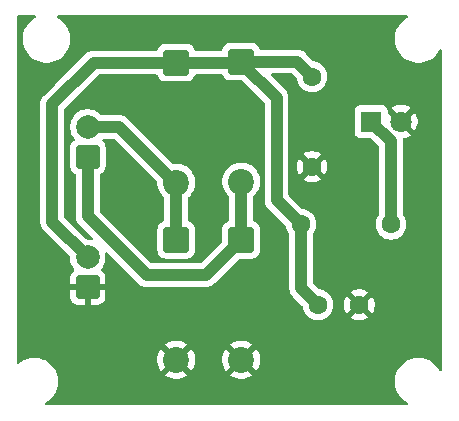
<source format=gbr>
%TF.GenerationSoftware,KiCad,Pcbnew,9.0.5*%
%TF.CreationDate,2025-10-11T14:19:14+05:30*%
%TF.ProjectId,new_project,6e65775f-7072-46f6-9a65-63742e6b6963,rev?*%
%TF.SameCoordinates,Original*%
%TF.FileFunction,Copper,L2,Bot*%
%TF.FilePolarity,Positive*%
%FSLAX46Y46*%
G04 Gerber Fmt 4.6, Leading zero omitted, Abs format (unit mm)*
G04 Created by KiCad (PCBNEW 9.0.5) date 2025-10-11 14:19:14*
%MOMM*%
%LPD*%
G01*
G04 APERTURE LIST*
G04 Aperture macros list*
%AMRoundRect*
0 Rectangle with rounded corners*
0 $1 Rounding radius*
0 $2 $3 $4 $5 $6 $7 $8 $9 X,Y pos of 4 corners*
0 Add a 4 corners polygon primitive as box body*
4,1,4,$2,$3,$4,$5,$6,$7,$8,$9,$2,$3,0*
0 Add four circle primitives for the rounded corners*
1,1,$1+$1,$2,$3*
1,1,$1+$1,$4,$5*
1,1,$1+$1,$6,$7*
1,1,$1+$1,$8,$9*
0 Add four rect primitives between the rounded corners*
20,1,$1+$1,$2,$3,$4,$5,0*
20,1,$1+$1,$4,$5,$6,$7,0*
20,1,$1+$1,$6,$7,$8,$9,0*
20,1,$1+$1,$8,$9,$2,$3,0*%
G04 Aperture macros list end*
%TA.AperFunction,ComponentPad*%
%ADD10RoundRect,0.249999X-0.850001X0.850001X-0.850001X-0.850001X0.850001X-0.850001X0.850001X0.850001X0*%
%TD*%
%TA.AperFunction,ComponentPad*%
%ADD11C,2.200000*%
%TD*%
%TA.AperFunction,ComponentPad*%
%ADD12C,1.600000*%
%TD*%
%TA.AperFunction,ComponentPad*%
%ADD13RoundRect,0.250000X0.750000X-0.750000X0.750000X0.750000X-0.750000X0.750000X-0.750000X-0.750000X0*%
%TD*%
%TA.AperFunction,ComponentPad*%
%ADD14C,2.000000*%
%TD*%
%TA.AperFunction,ComponentPad*%
%ADD15R,1.800000X1.800000*%
%TD*%
%TA.AperFunction,ComponentPad*%
%ADD16C,1.800000*%
%TD*%
%TA.AperFunction,Conductor*%
%ADD17C,1.000000*%
%TD*%
G04 APERTURE END LIST*
D10*
%TO.P,D1,1,K*%
%TO.N,/+ve*%
X115500000Y-71000000D03*
D11*
%TO.P,D1,2,A*%
%TO.N,Net-(D1-A)*%
X115500000Y-81160000D03*
%TD*%
D10*
%TO.P,D3,1,K*%
%TO.N,/+ve*%
X121000000Y-70920000D03*
D11*
%TO.P,D3,2,A*%
%TO.N,Net-(D3-A)*%
X121000000Y-81080000D03*
%TD*%
D12*
%TO.P,R2,1*%
%TO.N,/+ve*%
X126050000Y-84700000D03*
%TO.P,R2,2*%
%TO.N,Net-(D5-K)*%
X133670000Y-84700000D03*
%TD*%
%TO.P,R1,1*%
%TO.N,/+ve*%
X127000000Y-72190000D03*
%TO.P,R1,2*%
%TO.N,GND*%
X127000000Y-79810000D03*
%TD*%
D13*
%TO.P,J2,1,Pin_1*%
%TO.N,GND*%
X108000000Y-90040000D03*
D14*
%TO.P,J2,2,Pin_2*%
%TO.N,/+ve*%
X108000000Y-87500000D03*
%TD*%
D13*
%TO.P,J1,1,Pin_1*%
%TO.N,Net-(D3-A)*%
X108007500Y-78982500D03*
D14*
%TO.P,J1,2,Pin_2*%
%TO.N,Net-(D1-A)*%
X108007500Y-76442500D03*
%TD*%
D15*
%TO.P,D5,1,K*%
%TO.N,Net-(D5-K)*%
X132000000Y-76000000D03*
D16*
%TO.P,D5,2,A*%
%TO.N,GND*%
X134540000Y-76000000D03*
%TD*%
D10*
%TO.P,D4,1,K*%
%TO.N,Net-(D3-A)*%
X121000000Y-86000000D03*
D11*
%TO.P,D4,2,A*%
%TO.N,GND*%
X121000000Y-96160000D03*
%TD*%
D10*
%TO.P,D2,1,K*%
%TO.N,Net-(D1-A)*%
X115500000Y-86000000D03*
D11*
%TO.P,D2,2,A*%
%TO.N,GND*%
X115500000Y-96160000D03*
%TD*%
D12*
%TO.P,C1,1*%
%TO.N,/+ve*%
X127500000Y-91500000D03*
%TO.P,C1,2*%
%TO.N,GND*%
X131000000Y-91500000D03*
%TD*%
D17*
%TO.N,/+ve*%
X121000000Y-70920000D02*
X121000000Y-71000000D01*
X121000000Y-71000000D02*
X124000000Y-74000000D01*
X121000000Y-70920000D02*
X125730000Y-70920000D01*
X125730000Y-70920000D02*
X127000000Y-72190000D01*
X115500000Y-71000000D02*
X120920000Y-71000000D01*
X120920000Y-71000000D02*
X121000000Y-70920000D01*
X115500000Y-71000000D02*
X108500000Y-71000000D01*
X105000000Y-74500000D02*
X105000000Y-84500000D01*
X108500000Y-71000000D02*
X105000000Y-74500000D01*
X105000000Y-84500000D02*
X108000000Y-87500000D01*
X115500000Y-71000000D02*
X115500000Y-71160000D01*
%TO.N,Net-(D3-A)*%
X108007500Y-84007500D02*
X113000000Y-89000000D01*
X108007500Y-78982500D02*
X108007500Y-84007500D01*
X113000000Y-89000000D02*
X118000000Y-89000000D01*
X118000000Y-89000000D02*
X121000000Y-86000000D01*
%TO.N,Net-(D5-K)*%
X133670000Y-84700000D02*
X133670000Y-77670000D01*
X133670000Y-77670000D02*
X132000000Y-76000000D01*
%TO.N,/+ve*%
X124000000Y-74000000D02*
X124000000Y-82650000D01*
X124000000Y-82650000D02*
X126050000Y-84700000D01*
X126050000Y-84700000D02*
X126050000Y-90050000D01*
X126050000Y-90050000D02*
X127500000Y-91500000D01*
%TO.N,Net-(D3-A)*%
X121000000Y-81160000D02*
X121000000Y-86000000D01*
%TO.N,Net-(D1-A)*%
X115500000Y-81290000D02*
X115500000Y-86000000D01*
X108007500Y-76442500D02*
X110652500Y-76442500D01*
X110652500Y-76442500D02*
X115500000Y-81290000D01*
%TD*%
%TA.AperFunction,Conductor*%
%TO.N,GND*%
G36*
X103566501Y-67020185D02*
G01*
X103612256Y-67072989D01*
X103622200Y-67142147D01*
X103593175Y-67205703D01*
X103561462Y-67231887D01*
X103386196Y-67333075D01*
X103178148Y-67492718D01*
X102992718Y-67678148D01*
X102833075Y-67886196D01*
X102701958Y-68113299D01*
X102701953Y-68113309D01*
X102601605Y-68355571D01*
X102601602Y-68355581D01*
X102533730Y-68608885D01*
X102499500Y-68868872D01*
X102499500Y-69131127D01*
X102520436Y-69290140D01*
X102533730Y-69391116D01*
X102578256Y-69557289D01*
X102601602Y-69644418D01*
X102601605Y-69644428D01*
X102701953Y-69886690D01*
X102701958Y-69886700D01*
X102833075Y-70113803D01*
X102992718Y-70321851D01*
X102992726Y-70321860D01*
X103178140Y-70507274D01*
X103178148Y-70507281D01*
X103386196Y-70666924D01*
X103613299Y-70798041D01*
X103613309Y-70798046D01*
X103839582Y-70891771D01*
X103855581Y-70898398D01*
X104108884Y-70966270D01*
X104368880Y-71000500D01*
X104368887Y-71000500D01*
X104631113Y-71000500D01*
X104631120Y-71000500D01*
X104891116Y-70966270D01*
X105144419Y-70898398D01*
X105386697Y-70798043D01*
X105613803Y-70666924D01*
X105821851Y-70507282D01*
X105821855Y-70507277D01*
X105821860Y-70507274D01*
X106007274Y-70321860D01*
X106007277Y-70321855D01*
X106007282Y-70321851D01*
X106166924Y-70113803D01*
X106298043Y-69886697D01*
X106321254Y-69830662D01*
X106345294Y-69772624D01*
X106398398Y-69644419D01*
X106466270Y-69391116D01*
X106500500Y-69131120D01*
X106500500Y-68868880D01*
X106466270Y-68608884D01*
X106398398Y-68355581D01*
X106345294Y-68227376D01*
X106298046Y-68113309D01*
X106298041Y-68113299D01*
X106166924Y-67886196D01*
X106007281Y-67678148D01*
X106007274Y-67678140D01*
X105821860Y-67492726D01*
X105821851Y-67492718D01*
X105613803Y-67333075D01*
X105438538Y-67231887D01*
X105390323Y-67181320D01*
X105377099Y-67112713D01*
X105403067Y-67047849D01*
X105459981Y-67007320D01*
X105500538Y-67000500D01*
X134999462Y-67000500D01*
X135066501Y-67020185D01*
X135112256Y-67072989D01*
X135122200Y-67142147D01*
X135093175Y-67205703D01*
X135061462Y-67231887D01*
X134886196Y-67333075D01*
X134678148Y-67492718D01*
X134492718Y-67678148D01*
X134333075Y-67886196D01*
X134201958Y-68113299D01*
X134201953Y-68113309D01*
X134101605Y-68355571D01*
X134101602Y-68355581D01*
X134033730Y-68608885D01*
X133999500Y-68868872D01*
X133999500Y-69131127D01*
X134020436Y-69290140D01*
X134033730Y-69391116D01*
X134078256Y-69557289D01*
X134101602Y-69644418D01*
X134101605Y-69644428D01*
X134201953Y-69886690D01*
X134201958Y-69886700D01*
X134333075Y-70113803D01*
X134492718Y-70321851D01*
X134492726Y-70321860D01*
X134678140Y-70507274D01*
X134678148Y-70507281D01*
X134886196Y-70666924D01*
X135113299Y-70798041D01*
X135113309Y-70798046D01*
X135339582Y-70891771D01*
X135355581Y-70898398D01*
X135608884Y-70966270D01*
X135868880Y-71000500D01*
X135868887Y-71000500D01*
X136131113Y-71000500D01*
X136131120Y-71000500D01*
X136391116Y-70966270D01*
X136644419Y-70898398D01*
X136886697Y-70798043D01*
X137113803Y-70666924D01*
X137321851Y-70507282D01*
X137321855Y-70507277D01*
X137321860Y-70507274D01*
X137507274Y-70321860D01*
X137507277Y-70321855D01*
X137507282Y-70321851D01*
X137666924Y-70113803D01*
X137748823Y-69971949D01*
X137768113Y-69938538D01*
X137818679Y-69890322D01*
X137887286Y-69877098D01*
X137952151Y-69903066D01*
X137992680Y-69959980D01*
X137999500Y-70000537D01*
X137999500Y-96999462D01*
X137979815Y-97066501D01*
X137927011Y-97112256D01*
X137857853Y-97122200D01*
X137794297Y-97093175D01*
X137768113Y-97061462D01*
X137666924Y-96886196D01*
X137507281Y-96678148D01*
X137507274Y-96678140D01*
X137321860Y-96492726D01*
X137321851Y-96492718D01*
X137113803Y-96333075D01*
X136886700Y-96201958D01*
X136886690Y-96201953D01*
X136644428Y-96101605D01*
X136644421Y-96101603D01*
X136644419Y-96101602D01*
X136391116Y-96033730D01*
X136333339Y-96026123D01*
X136131127Y-95999500D01*
X136131120Y-95999500D01*
X135868880Y-95999500D01*
X135868872Y-95999500D01*
X135637772Y-96029926D01*
X135608884Y-96033730D01*
X135407871Y-96087591D01*
X135355581Y-96101602D01*
X135355571Y-96101605D01*
X135113309Y-96201953D01*
X135113299Y-96201958D01*
X134886196Y-96333075D01*
X134678148Y-96492718D01*
X134492718Y-96678148D01*
X134333075Y-96886196D01*
X134201958Y-97113299D01*
X134201953Y-97113309D01*
X134101605Y-97355571D01*
X134101602Y-97355581D01*
X134033730Y-97608885D01*
X133999500Y-97868872D01*
X133999500Y-98131127D01*
X134020436Y-98290140D01*
X134033730Y-98391116D01*
X134055178Y-98471161D01*
X134101602Y-98644418D01*
X134101605Y-98644428D01*
X134201953Y-98886690D01*
X134201958Y-98886700D01*
X134333075Y-99113803D01*
X134492718Y-99321851D01*
X134492726Y-99321860D01*
X134678140Y-99507274D01*
X134678148Y-99507281D01*
X134886196Y-99666924D01*
X135061462Y-99768113D01*
X135109677Y-99818680D01*
X135122901Y-99887287D01*
X135096933Y-99952151D01*
X135040019Y-99992680D01*
X134999462Y-99999500D01*
X104500538Y-99999500D01*
X104433499Y-99979815D01*
X104387744Y-99927011D01*
X104377800Y-99857853D01*
X104406825Y-99794297D01*
X104438538Y-99768113D01*
X104613803Y-99666924D01*
X104671810Y-99622413D01*
X104821851Y-99507282D01*
X104821855Y-99507277D01*
X104821860Y-99507274D01*
X105007274Y-99321860D01*
X105007277Y-99321855D01*
X105007282Y-99321851D01*
X105166924Y-99113803D01*
X105298043Y-98886697D01*
X105398398Y-98644419D01*
X105466270Y-98391116D01*
X105500500Y-98131120D01*
X105500500Y-97868880D01*
X105466270Y-97608884D01*
X105398398Y-97355581D01*
X105345294Y-97227376D01*
X105298046Y-97113309D01*
X105298041Y-97113299D01*
X105166924Y-96886196D01*
X105007281Y-96678148D01*
X105007274Y-96678140D01*
X104821860Y-96492726D01*
X104821851Y-96492718D01*
X104613803Y-96333075D01*
X104386700Y-96201958D01*
X104386690Y-96201954D01*
X104246212Y-96143766D01*
X104144428Y-96101605D01*
X104144421Y-96101603D01*
X104144419Y-96101602D01*
X103892389Y-96034071D01*
X113900000Y-96034071D01*
X113900000Y-96285928D01*
X113939397Y-96534669D01*
X114017219Y-96774184D01*
X114131557Y-96998583D01*
X114205748Y-97100697D01*
X114205748Y-97100698D01*
X114976212Y-96330234D01*
X114987482Y-96372292D01*
X115059890Y-96497708D01*
X115162292Y-96600110D01*
X115287708Y-96672518D01*
X115329765Y-96683787D01*
X114559300Y-97454250D01*
X114661416Y-97528442D01*
X114885815Y-97642780D01*
X115125330Y-97720602D01*
X115374072Y-97760000D01*
X115625928Y-97760000D01*
X115874669Y-97720602D01*
X116114184Y-97642780D01*
X116338575Y-97528446D01*
X116338581Y-97528442D01*
X116440697Y-97454250D01*
X116440698Y-97454250D01*
X115670234Y-96683787D01*
X115712292Y-96672518D01*
X115837708Y-96600110D01*
X115940110Y-96497708D01*
X116012518Y-96372292D01*
X116023787Y-96330235D01*
X116794250Y-97100698D01*
X116794250Y-97100697D01*
X116868442Y-96998581D01*
X116868446Y-96998575D01*
X116982780Y-96774184D01*
X117060602Y-96534669D01*
X117100000Y-96285928D01*
X117100000Y-96034071D01*
X119400000Y-96034071D01*
X119400000Y-96285928D01*
X119439397Y-96534669D01*
X119517219Y-96774184D01*
X119631557Y-96998583D01*
X119705748Y-97100697D01*
X119705748Y-97100698D01*
X120476212Y-96330233D01*
X120487482Y-96372292D01*
X120559890Y-96497708D01*
X120662292Y-96600110D01*
X120787708Y-96672518D01*
X120829765Y-96683787D01*
X120059300Y-97454250D01*
X120161416Y-97528442D01*
X120385815Y-97642780D01*
X120625330Y-97720602D01*
X120874072Y-97760000D01*
X121125928Y-97760000D01*
X121374669Y-97720602D01*
X121614184Y-97642780D01*
X121838575Y-97528446D01*
X121838581Y-97528442D01*
X121940697Y-97454250D01*
X121940698Y-97454250D01*
X121170234Y-96683787D01*
X121212292Y-96672518D01*
X121337708Y-96600110D01*
X121440110Y-96497708D01*
X121512518Y-96372292D01*
X121523787Y-96330234D01*
X122294250Y-97100698D01*
X122294250Y-97100697D01*
X122368442Y-96998581D01*
X122368446Y-96998575D01*
X122482780Y-96774184D01*
X122560602Y-96534669D01*
X122600000Y-96285928D01*
X122600000Y-96034071D01*
X122560602Y-95785330D01*
X122482780Y-95545815D01*
X122368442Y-95321416D01*
X122294250Y-95219301D01*
X122294250Y-95219300D01*
X121523787Y-95989764D01*
X121512518Y-95947708D01*
X121440110Y-95822292D01*
X121337708Y-95719890D01*
X121212292Y-95647482D01*
X121170232Y-95636212D01*
X121940698Y-94865748D01*
X121838583Y-94791557D01*
X121614184Y-94677219D01*
X121374669Y-94599397D01*
X121125928Y-94560000D01*
X120874072Y-94560000D01*
X120625330Y-94599397D01*
X120385815Y-94677219D01*
X120161413Y-94791559D01*
X120059301Y-94865747D01*
X120059300Y-94865748D01*
X120829765Y-95636212D01*
X120787708Y-95647482D01*
X120662292Y-95719890D01*
X120559890Y-95822292D01*
X120487482Y-95947708D01*
X120476212Y-95989765D01*
X119705748Y-95219300D01*
X119705747Y-95219301D01*
X119631559Y-95321413D01*
X119517219Y-95545815D01*
X119439397Y-95785330D01*
X119400000Y-96034071D01*
X117100000Y-96034071D01*
X117060602Y-95785330D01*
X116982780Y-95545815D01*
X116868442Y-95321416D01*
X116794250Y-95219301D01*
X116794250Y-95219300D01*
X116023787Y-95989764D01*
X116012518Y-95947708D01*
X115940110Y-95822292D01*
X115837708Y-95719890D01*
X115712292Y-95647482D01*
X115670232Y-95636212D01*
X116440698Y-94865748D01*
X116338583Y-94791557D01*
X116114184Y-94677219D01*
X115874669Y-94599397D01*
X115625928Y-94560000D01*
X115374072Y-94560000D01*
X115125330Y-94599397D01*
X114885815Y-94677219D01*
X114661413Y-94791559D01*
X114559301Y-94865747D01*
X114559300Y-94865748D01*
X115329765Y-95636212D01*
X115287708Y-95647482D01*
X115162292Y-95719890D01*
X115059890Y-95822292D01*
X114987482Y-95947708D01*
X114976212Y-95989765D01*
X114205748Y-95219300D01*
X114205747Y-95219301D01*
X114131559Y-95321413D01*
X114017219Y-95545815D01*
X113939397Y-95785330D01*
X113900000Y-96034071D01*
X103892389Y-96034071D01*
X103891116Y-96033730D01*
X103833339Y-96026123D01*
X103631127Y-95999500D01*
X103631120Y-95999500D01*
X103368880Y-95999500D01*
X103368872Y-95999500D01*
X103137772Y-96029926D01*
X103108884Y-96033730D01*
X102907871Y-96087591D01*
X102855581Y-96101602D01*
X102855571Y-96101605D01*
X102613309Y-96201953D01*
X102613299Y-96201958D01*
X102386196Y-96333075D01*
X102199987Y-96475961D01*
X102134818Y-96501156D01*
X102066373Y-96487118D01*
X102016383Y-96438304D01*
X102000500Y-96377586D01*
X102000500Y-74401456D01*
X103999500Y-74401456D01*
X103999500Y-84598543D01*
X104015971Y-84681344D01*
X104015971Y-84681345D01*
X104037947Y-84791829D01*
X104037951Y-84791843D01*
X104042305Y-84802353D01*
X104113366Y-84973911D01*
X104113371Y-84973920D01*
X104222859Y-85137780D01*
X104222860Y-85137781D01*
X104222861Y-85137782D01*
X104362218Y-85277139D01*
X104362219Y-85277139D01*
X104369286Y-85284206D01*
X104369285Y-85284206D01*
X104369289Y-85284209D01*
X106463181Y-87378101D01*
X106496666Y-87439424D01*
X106499500Y-87465782D01*
X106499500Y-87618097D01*
X106536446Y-87851368D01*
X106609433Y-88075996D01*
X106716657Y-88286433D01*
X106855483Y-88477510D01*
X106855489Y-88477516D01*
X106858647Y-88481214D01*
X106856977Y-88482640D01*
X106886089Y-88535954D01*
X106881105Y-88605646D01*
X106839233Y-88661579D01*
X106830022Y-88667850D01*
X106781654Y-88697684D01*
X106657684Y-88821654D01*
X106565643Y-88970875D01*
X106565641Y-88970880D01*
X106510494Y-89137302D01*
X106510493Y-89137309D01*
X106500000Y-89240013D01*
X106500000Y-89790000D01*
X107451518Y-89790000D01*
X107440889Y-89808409D01*
X107400000Y-89961009D01*
X107400000Y-90118991D01*
X107440889Y-90271591D01*
X107451518Y-90290000D01*
X106500001Y-90290000D01*
X106500001Y-90839986D01*
X106510494Y-90942697D01*
X106565641Y-91109119D01*
X106565643Y-91109124D01*
X106657684Y-91258345D01*
X106781654Y-91382315D01*
X106930875Y-91474356D01*
X106930880Y-91474358D01*
X107097302Y-91529505D01*
X107097309Y-91529506D01*
X107200019Y-91539999D01*
X107749999Y-91539999D01*
X107750000Y-91539998D01*
X107750000Y-90588482D01*
X107768409Y-90599111D01*
X107921009Y-90640000D01*
X108078991Y-90640000D01*
X108231591Y-90599111D01*
X108250000Y-90588482D01*
X108250000Y-91539999D01*
X108799972Y-91539999D01*
X108799986Y-91539998D01*
X108902697Y-91529505D01*
X109069119Y-91474358D01*
X109069124Y-91474356D01*
X109218345Y-91382315D01*
X109342315Y-91258345D01*
X109434356Y-91109124D01*
X109434358Y-91109119D01*
X109489505Y-90942697D01*
X109489506Y-90942690D01*
X109499999Y-90839986D01*
X109500000Y-90839973D01*
X109500000Y-90290000D01*
X108548482Y-90290000D01*
X108559111Y-90271591D01*
X108600000Y-90118991D01*
X108600000Y-89961009D01*
X108559111Y-89808409D01*
X108548482Y-89790000D01*
X109499999Y-89790000D01*
X109499999Y-89240028D01*
X109499998Y-89240013D01*
X109489505Y-89137302D01*
X109434358Y-88970880D01*
X109434356Y-88970875D01*
X109342315Y-88821654D01*
X109218343Y-88697682D01*
X109169980Y-88667852D01*
X109123255Y-88615904D01*
X109112032Y-88546942D01*
X109139876Y-88482859D01*
X109141362Y-88481233D01*
X109141348Y-88481221D01*
X109144511Y-88477516D01*
X109144517Y-88477510D01*
X109283343Y-88286433D01*
X109390568Y-88075992D01*
X109463553Y-87851368D01*
X109500500Y-87618097D01*
X109500500Y-87381902D01*
X109472412Y-87204565D01*
X109481366Y-87135272D01*
X109526363Y-87081820D01*
X109593114Y-87061180D01*
X109660428Y-87079905D01*
X109682566Y-87097486D01*
X112219735Y-89634655D01*
X112219764Y-89634686D01*
X112362214Y-89777136D01*
X112362218Y-89777139D01*
X112526079Y-89886628D01*
X112526092Y-89886635D01*
X112654833Y-89939961D01*
X112697744Y-89957735D01*
X112708164Y-89962051D01*
X112804812Y-89981275D01*
X112853135Y-89990887D01*
X112901458Y-90000500D01*
X112901459Y-90000500D01*
X118098542Y-90000500D01*
X118129566Y-89994328D01*
X118195188Y-89981275D01*
X118291836Y-89962051D01*
X118345165Y-89939961D01*
X118473914Y-89886632D01*
X118637782Y-89777139D01*
X118777139Y-89637782D01*
X118777139Y-89637780D01*
X118787347Y-89627573D01*
X118787348Y-89627570D01*
X120778102Y-87636819D01*
X120839425Y-87603334D01*
X120865783Y-87600500D01*
X121900005Y-87600500D01*
X121900010Y-87600500D01*
X122002798Y-87589999D01*
X122169335Y-87534814D01*
X122318656Y-87442712D01*
X122442712Y-87318656D01*
X122534814Y-87169335D01*
X122589999Y-87002798D01*
X122600500Y-86900010D01*
X122600500Y-85099990D01*
X122589999Y-84997202D01*
X122534814Y-84830665D01*
X122442712Y-84681344D01*
X122318656Y-84557288D01*
X122225890Y-84500070D01*
X122169337Y-84465187D01*
X122169336Y-84465186D01*
X122169335Y-84465186D01*
X122085495Y-84437404D01*
X122028050Y-84397631D01*
X122001228Y-84333114D01*
X122000500Y-84319698D01*
X122000500Y-82393962D01*
X122020185Y-82326923D01*
X122039623Y-82304650D01*
X122039211Y-82304238D01*
X122107869Y-82235580D01*
X122220793Y-82122656D01*
X122368870Y-81918845D01*
X122483241Y-81694379D01*
X122561090Y-81454785D01*
X122600500Y-81205962D01*
X122600500Y-80954038D01*
X122561090Y-80705215D01*
X122483241Y-80465621D01*
X122483239Y-80465618D01*
X122483239Y-80465616D01*
X122409630Y-80321151D01*
X122368870Y-80241155D01*
X122312489Y-80163553D01*
X122220798Y-80037350D01*
X122220794Y-80037345D01*
X122042654Y-79859205D01*
X122042649Y-79859201D01*
X121838848Y-79711132D01*
X121838847Y-79711131D01*
X121838845Y-79711130D01*
X121729873Y-79655606D01*
X121614383Y-79596760D01*
X121374785Y-79518910D01*
X121290636Y-79505582D01*
X121125962Y-79479500D01*
X120874038Y-79479500D01*
X120749626Y-79499205D01*
X120625214Y-79518910D01*
X120385616Y-79596760D01*
X120161151Y-79711132D01*
X119957350Y-79859201D01*
X119957345Y-79859205D01*
X119779205Y-80037345D01*
X119779201Y-80037350D01*
X119631132Y-80241151D01*
X119516760Y-80465616D01*
X119438910Y-80705214D01*
X119399500Y-80954038D01*
X119399500Y-81205961D01*
X119438910Y-81454785D01*
X119516760Y-81694383D01*
X119631132Y-81918848D01*
X119779201Y-82122649D01*
X119779205Y-82122654D01*
X119960789Y-82304238D01*
X119959714Y-82305312D01*
X119994225Y-82358180D01*
X119999500Y-82393962D01*
X119999500Y-84319698D01*
X119979815Y-84386737D01*
X119927011Y-84432492D01*
X119914505Y-84437404D01*
X119830665Y-84465186D01*
X119830662Y-84465187D01*
X119681342Y-84557289D01*
X119557289Y-84681342D01*
X119465187Y-84830662D01*
X119465185Y-84830667D01*
X119456631Y-84856483D01*
X119410001Y-84997202D01*
X119410001Y-84997203D01*
X119410000Y-84997203D01*
X119399500Y-85099982D01*
X119399500Y-86134217D01*
X119379815Y-86201256D01*
X119363181Y-86221898D01*
X117621899Y-87963181D01*
X117560576Y-87996666D01*
X117534218Y-87999500D01*
X113465782Y-87999500D01*
X113398743Y-87979815D01*
X113378101Y-87963181D01*
X109044319Y-83629399D01*
X109010834Y-83568076D01*
X109008000Y-83541718D01*
X109008000Y-80528408D01*
X109027685Y-80461369D01*
X109071771Y-80422863D01*
X109070687Y-80421105D01*
X109076832Y-80417314D01*
X109076834Y-80417314D01*
X109226156Y-80325212D01*
X109350212Y-80201156D01*
X109442314Y-80051834D01*
X109497499Y-79885297D01*
X109508000Y-79782509D01*
X109507999Y-78182492D01*
X109497499Y-78079703D01*
X109442314Y-77913166D01*
X109350212Y-77763844D01*
X109241049Y-77654681D01*
X109207564Y-77593358D01*
X109212548Y-77523666D01*
X109254420Y-77467733D01*
X109319884Y-77443316D01*
X109328730Y-77443000D01*
X110186718Y-77443000D01*
X110253757Y-77462685D01*
X110274399Y-77479319D01*
X113863181Y-81068101D01*
X113896666Y-81129424D01*
X113899500Y-81155782D01*
X113899500Y-81285961D01*
X113938910Y-81534785D01*
X114016760Y-81774383D01*
X114131132Y-81998848D01*
X114279201Y-82202649D01*
X114279205Y-82202654D01*
X114460789Y-82384238D01*
X114459714Y-82385312D01*
X114494225Y-82438180D01*
X114499500Y-82473962D01*
X114499500Y-84319698D01*
X114479815Y-84386737D01*
X114427011Y-84432492D01*
X114414505Y-84437404D01*
X114330665Y-84465186D01*
X114330662Y-84465187D01*
X114181342Y-84557289D01*
X114057289Y-84681342D01*
X113965187Y-84830662D01*
X113965185Y-84830667D01*
X113956631Y-84856483D01*
X113910001Y-84997202D01*
X113910001Y-84997203D01*
X113910000Y-84997203D01*
X113899500Y-85099982D01*
X113899500Y-86900017D01*
X113910000Y-87002796D01*
X113953899Y-87135272D01*
X113965186Y-87169335D01*
X114057288Y-87318656D01*
X114181344Y-87442712D01*
X114330665Y-87534814D01*
X114497202Y-87589999D01*
X114599990Y-87600500D01*
X114599995Y-87600500D01*
X116400005Y-87600500D01*
X116400010Y-87600500D01*
X116502798Y-87589999D01*
X116669335Y-87534814D01*
X116818656Y-87442712D01*
X116942712Y-87318656D01*
X117034814Y-87169335D01*
X117089999Y-87002798D01*
X117100500Y-86900010D01*
X117100500Y-85099990D01*
X117089999Y-84997202D01*
X117034814Y-84830665D01*
X116942712Y-84681344D01*
X116818656Y-84557288D01*
X116725890Y-84500070D01*
X116669337Y-84465187D01*
X116669336Y-84465186D01*
X116669335Y-84465186D01*
X116585495Y-84437404D01*
X116528050Y-84397631D01*
X116501228Y-84333114D01*
X116500500Y-84319698D01*
X116500500Y-82473962D01*
X116520185Y-82406923D01*
X116539623Y-82384650D01*
X116539211Y-82384238D01*
X116622656Y-82300793D01*
X116720793Y-82202656D01*
X116868870Y-81998845D01*
X116983241Y-81774379D01*
X117061090Y-81534785D01*
X117100500Y-81285962D01*
X117100500Y-81034038D01*
X117061090Y-80785215D01*
X116983241Y-80545621D01*
X116983239Y-80545618D01*
X116983239Y-80545616D01*
X116940729Y-80462187D01*
X116868870Y-80321155D01*
X116810744Y-80241151D01*
X116720798Y-80117350D01*
X116720794Y-80117345D01*
X116542654Y-79939205D01*
X116542649Y-79939201D01*
X116338848Y-79791132D01*
X116338847Y-79791131D01*
X116338845Y-79791130D01*
X116268747Y-79755413D01*
X116114383Y-79676760D01*
X115874785Y-79598910D01*
X115625962Y-79559500D01*
X115374038Y-79559500D01*
X115374033Y-79559500D01*
X115272749Y-79575542D01*
X115203456Y-79566588D01*
X115165670Y-79540750D01*
X111433979Y-75809059D01*
X111433959Y-75809037D01*
X111290285Y-75665363D01*
X111290281Y-75665360D01*
X111126420Y-75555871D01*
X111126407Y-75555864D01*
X110999859Y-75503447D01*
X110999855Y-75503445D01*
X110992743Y-75500500D01*
X110944336Y-75480449D01*
X110847688Y-75461224D01*
X110843292Y-75460349D01*
X110843290Y-75460349D01*
X110751044Y-75442000D01*
X110751041Y-75442000D01*
X109180389Y-75442000D01*
X109113350Y-75422315D01*
X109092708Y-75405681D01*
X108985012Y-75297985D01*
X108985010Y-75297983D01*
X108793933Y-75159157D01*
X108583496Y-75051933D01*
X108358868Y-74978946D01*
X108125597Y-74942000D01*
X108125592Y-74942000D01*
X107889408Y-74942000D01*
X107889403Y-74942000D01*
X107656131Y-74978946D01*
X107431503Y-75051933D01*
X107221066Y-75159157D01*
X107161431Y-75202485D01*
X107029990Y-75297983D01*
X107029988Y-75297985D01*
X107029987Y-75297985D01*
X106862985Y-75464987D01*
X106862985Y-75464988D01*
X106862983Y-75464990D01*
X106803362Y-75547050D01*
X106724157Y-75656066D01*
X106616933Y-75866503D01*
X106543946Y-76091131D01*
X106507000Y-76324402D01*
X106507000Y-76560597D01*
X106543946Y-76793868D01*
X106616933Y-77018496D01*
X106708083Y-77197386D01*
X106724157Y-77228933D01*
X106862983Y-77420010D01*
X106862990Y-77420017D01*
X106866147Y-77423714D01*
X106864364Y-77425236D01*
X106893226Y-77478091D01*
X106888242Y-77547783D01*
X106846370Y-77603716D01*
X106837158Y-77609987D01*
X106788844Y-77639787D01*
X106664789Y-77763842D01*
X106572687Y-77913163D01*
X106572686Y-77913166D01*
X106517501Y-78079703D01*
X106517501Y-78079704D01*
X106517500Y-78079704D01*
X106507000Y-78182483D01*
X106507000Y-79782501D01*
X106507001Y-79782518D01*
X106517500Y-79885296D01*
X106517501Y-79885299D01*
X106572685Y-80051831D01*
X106572687Y-80051836D01*
X106607569Y-80108388D01*
X106664788Y-80201156D01*
X106788844Y-80325212D01*
X106938166Y-80417314D01*
X106938167Y-80417314D01*
X106944313Y-80421105D01*
X106943206Y-80422899D01*
X106987837Y-80462187D01*
X107007000Y-80528408D01*
X107007000Y-84106041D01*
X107007000Y-84106043D01*
X107006999Y-84106043D01*
X107045447Y-84299329D01*
X107045450Y-84299339D01*
X107120864Y-84481407D01*
X107120871Y-84481420D01*
X107230360Y-84645281D01*
X107230363Y-84645285D01*
X107374037Y-84788959D01*
X107374059Y-84788979D01*
X108402513Y-85817433D01*
X108435998Y-85878756D01*
X108431014Y-85948448D01*
X108389142Y-86004381D01*
X108323678Y-86028798D01*
X108295434Y-86027587D01*
X108118097Y-85999500D01*
X108118092Y-85999500D01*
X107965783Y-85999500D01*
X107898744Y-85979815D01*
X107878102Y-85963181D01*
X106036819Y-84121898D01*
X106003334Y-84060575D01*
X106000500Y-84034217D01*
X106000500Y-74965782D01*
X106020185Y-74898743D01*
X106036819Y-74878101D01*
X108878102Y-72036819D01*
X108939425Y-72003334D01*
X108965783Y-72000500D01*
X113819699Y-72000500D01*
X113886738Y-72020185D01*
X113932493Y-72072989D01*
X113937401Y-72085487D01*
X113965186Y-72169335D01*
X114057288Y-72318656D01*
X114181344Y-72442712D01*
X114330665Y-72534814D01*
X114497202Y-72589999D01*
X114599990Y-72600500D01*
X114599995Y-72600500D01*
X116400005Y-72600500D01*
X116400010Y-72600500D01*
X116502798Y-72589999D01*
X116669335Y-72534814D01*
X116818656Y-72442712D01*
X116942712Y-72318656D01*
X117034814Y-72169335D01*
X117062597Y-72085493D01*
X117102368Y-72028051D01*
X117166883Y-72001228D01*
X117180301Y-72000500D01*
X119346208Y-72000500D01*
X119413247Y-72020185D01*
X119459002Y-72072989D01*
X119463912Y-72085491D01*
X119465186Y-72089335D01*
X119557288Y-72238656D01*
X119681344Y-72362712D01*
X119830665Y-72454814D01*
X119997202Y-72509999D01*
X120099990Y-72520500D01*
X121054218Y-72520500D01*
X121121257Y-72540185D01*
X121141899Y-72556819D01*
X122963181Y-74378101D01*
X122996666Y-74439424D01*
X122999500Y-74465782D01*
X122999500Y-82748541D01*
X122999500Y-82748543D01*
X122999499Y-82748543D01*
X123037947Y-82941829D01*
X123037950Y-82941839D01*
X123113364Y-83123907D01*
X123113371Y-83123920D01*
X123222860Y-83287781D01*
X123222863Y-83287785D01*
X123366537Y-83431459D01*
X123366559Y-83431479D01*
X124723281Y-84788201D01*
X124756766Y-84849524D01*
X124758073Y-84856483D01*
X124781523Y-85004535D01*
X124844781Y-85199223D01*
X124937713Y-85381610D01*
X125025819Y-85502877D01*
X125049298Y-85568681D01*
X125049500Y-85575761D01*
X125049500Y-90148541D01*
X125049500Y-90148543D01*
X125049499Y-90148543D01*
X125087947Y-90341829D01*
X125087950Y-90341839D01*
X125163364Y-90523907D01*
X125163371Y-90523920D01*
X125272859Y-90687780D01*
X125272860Y-90687781D01*
X125272861Y-90687782D01*
X125412218Y-90827139D01*
X125412219Y-90827139D01*
X125419286Y-90834206D01*
X125419285Y-90834206D01*
X125419289Y-90834209D01*
X126173281Y-91588201D01*
X126206766Y-91649524D01*
X126208073Y-91656483D01*
X126231523Y-91804535D01*
X126294781Y-91999223D01*
X126358691Y-92124653D01*
X126387585Y-92181359D01*
X126387715Y-92181613D01*
X126508028Y-92347213D01*
X126652786Y-92491971D01*
X126773226Y-92579474D01*
X126818390Y-92612287D01*
X126934607Y-92671503D01*
X127000776Y-92705218D01*
X127000778Y-92705218D01*
X127000781Y-92705220D01*
X127105137Y-92739127D01*
X127195465Y-92768477D01*
X127296557Y-92784488D01*
X127397648Y-92800500D01*
X127397649Y-92800500D01*
X127602351Y-92800500D01*
X127602352Y-92800500D01*
X127804534Y-92768477D01*
X127999219Y-92705220D01*
X128181610Y-92612287D01*
X128274590Y-92544732D01*
X128347213Y-92491971D01*
X128347215Y-92491968D01*
X128347219Y-92491966D01*
X128491966Y-92347219D01*
X128491968Y-92347215D01*
X128491971Y-92347213D01*
X128544732Y-92274590D01*
X128612287Y-92181610D01*
X128705220Y-91999219D01*
X128768477Y-91804534D01*
X128800500Y-91602352D01*
X128800500Y-91397682D01*
X129700000Y-91397682D01*
X129700000Y-91602317D01*
X129732009Y-91804417D01*
X129795244Y-91999031D01*
X129888141Y-92181350D01*
X129888147Y-92181359D01*
X129920523Y-92225921D01*
X129920524Y-92225922D01*
X130600000Y-91546446D01*
X130600000Y-91552661D01*
X130627259Y-91654394D01*
X130679920Y-91745606D01*
X130754394Y-91820080D01*
X130845606Y-91872741D01*
X130947339Y-91900000D01*
X130953553Y-91900000D01*
X130274076Y-92579474D01*
X130318650Y-92611859D01*
X130500968Y-92704755D01*
X130695582Y-92767990D01*
X130897683Y-92800000D01*
X131102317Y-92800000D01*
X131304417Y-92767990D01*
X131499031Y-92704755D01*
X131681349Y-92611859D01*
X131725921Y-92579474D01*
X131046447Y-91900000D01*
X131052661Y-91900000D01*
X131154394Y-91872741D01*
X131245606Y-91820080D01*
X131320080Y-91745606D01*
X131372741Y-91654394D01*
X131400000Y-91552661D01*
X131400000Y-91546447D01*
X132079474Y-92225921D01*
X132111859Y-92181349D01*
X132204755Y-91999031D01*
X132267990Y-91804417D01*
X132300000Y-91602317D01*
X132300000Y-91397682D01*
X132267990Y-91195582D01*
X132204755Y-91000968D01*
X132111859Y-90818650D01*
X132079474Y-90774077D01*
X132079474Y-90774076D01*
X131400000Y-91453551D01*
X131400000Y-91447339D01*
X131372741Y-91345606D01*
X131320080Y-91254394D01*
X131245606Y-91179920D01*
X131154394Y-91127259D01*
X131052661Y-91100000D01*
X131046446Y-91100000D01*
X131725922Y-90420524D01*
X131725921Y-90420523D01*
X131681359Y-90388147D01*
X131681350Y-90388141D01*
X131499031Y-90295244D01*
X131304417Y-90232009D01*
X131102317Y-90200000D01*
X130897683Y-90200000D01*
X130695582Y-90232009D01*
X130500968Y-90295244D01*
X130318644Y-90388143D01*
X130274077Y-90420523D01*
X130274077Y-90420524D01*
X130953554Y-91100000D01*
X130947339Y-91100000D01*
X130845606Y-91127259D01*
X130754394Y-91179920D01*
X130679920Y-91254394D01*
X130627259Y-91345606D01*
X130600000Y-91447339D01*
X130600000Y-91453553D01*
X129920524Y-90774077D01*
X129920523Y-90774077D01*
X129888143Y-90818644D01*
X129795244Y-91000968D01*
X129732009Y-91195582D01*
X129700000Y-91397682D01*
X128800500Y-91397682D01*
X128800500Y-91397648D01*
X128778436Y-91258345D01*
X128768477Y-91195465D01*
X128737458Y-91100000D01*
X128705220Y-91000781D01*
X128705218Y-91000778D01*
X128705218Y-91000776D01*
X128671503Y-90934607D01*
X128612287Y-90818390D01*
X128580092Y-90774077D01*
X128491971Y-90652786D01*
X128347213Y-90508028D01*
X128181613Y-90387715D01*
X128181612Y-90387714D01*
X128181610Y-90387713D01*
X128124653Y-90358691D01*
X127999223Y-90294781D01*
X127804535Y-90231523D01*
X127656483Y-90208073D01*
X127593349Y-90178143D01*
X127588201Y-90173281D01*
X127086819Y-89671898D01*
X127053334Y-89610575D01*
X127050500Y-89584217D01*
X127050500Y-85575761D01*
X127070185Y-85508722D01*
X127074165Y-85502899D01*
X127162287Y-85381610D01*
X127255220Y-85199219D01*
X127318477Y-85004534D01*
X127350500Y-84802352D01*
X127350500Y-84597648D01*
X127329520Y-84465186D01*
X127318477Y-84395465D01*
X127255218Y-84200776D01*
X127215027Y-84121898D01*
X127162287Y-84018390D01*
X127154556Y-84007749D01*
X127041971Y-83852786D01*
X126897213Y-83708028D01*
X126731613Y-83587715D01*
X126731612Y-83587714D01*
X126731610Y-83587713D01*
X126641340Y-83541718D01*
X126549223Y-83494781D01*
X126354535Y-83431523D01*
X126206483Y-83408073D01*
X126143349Y-83378143D01*
X126138201Y-83373281D01*
X125036819Y-82271899D01*
X125003334Y-82210576D01*
X125000500Y-82184218D01*
X125000500Y-79707682D01*
X125700000Y-79707682D01*
X125700000Y-79912317D01*
X125732009Y-80114417D01*
X125795244Y-80309031D01*
X125888141Y-80491350D01*
X125888147Y-80491359D01*
X125920523Y-80535921D01*
X125920524Y-80535922D01*
X126600000Y-79856446D01*
X126600000Y-79862661D01*
X126627259Y-79964394D01*
X126679920Y-80055606D01*
X126754394Y-80130080D01*
X126845606Y-80182741D01*
X126947339Y-80210000D01*
X126953553Y-80210000D01*
X126274076Y-80889474D01*
X126318650Y-80921859D01*
X126500968Y-81014755D01*
X126695582Y-81077990D01*
X126897683Y-81110000D01*
X127102317Y-81110000D01*
X127304417Y-81077990D01*
X127499031Y-81014755D01*
X127681349Y-80921859D01*
X127725921Y-80889474D01*
X127046447Y-80210000D01*
X127052661Y-80210000D01*
X127154394Y-80182741D01*
X127245606Y-80130080D01*
X127320080Y-80055606D01*
X127372741Y-79964394D01*
X127400000Y-79862661D01*
X127400000Y-79856447D01*
X128079474Y-80535921D01*
X128111859Y-80491349D01*
X128204755Y-80309031D01*
X128267990Y-80114417D01*
X128300000Y-79912317D01*
X128300000Y-79707682D01*
X128267990Y-79505582D01*
X128204755Y-79310968D01*
X128111859Y-79128650D01*
X128079474Y-79084077D01*
X128079474Y-79084076D01*
X127400000Y-79763551D01*
X127400000Y-79757339D01*
X127372741Y-79655606D01*
X127320080Y-79564394D01*
X127245606Y-79489920D01*
X127154394Y-79437259D01*
X127052661Y-79410000D01*
X127046446Y-79410000D01*
X127725922Y-78730524D01*
X127725921Y-78730523D01*
X127681359Y-78698147D01*
X127681350Y-78698141D01*
X127499031Y-78605244D01*
X127304417Y-78542009D01*
X127102317Y-78510000D01*
X126897683Y-78510000D01*
X126695582Y-78542009D01*
X126500968Y-78605244D01*
X126318644Y-78698143D01*
X126274077Y-78730523D01*
X126274077Y-78730524D01*
X126953554Y-79410000D01*
X126947339Y-79410000D01*
X126845606Y-79437259D01*
X126754394Y-79489920D01*
X126679920Y-79564394D01*
X126627259Y-79655606D01*
X126600000Y-79757339D01*
X126600000Y-79763553D01*
X125920524Y-79084077D01*
X125920523Y-79084077D01*
X125888143Y-79128644D01*
X125795244Y-79310968D01*
X125732009Y-79505582D01*
X125700000Y-79707682D01*
X125000500Y-79707682D01*
X125000500Y-75052135D01*
X130599500Y-75052135D01*
X130599500Y-76947870D01*
X130599501Y-76947876D01*
X130605908Y-77007483D01*
X130656202Y-77142328D01*
X130656206Y-77142335D01*
X130742452Y-77257544D01*
X130742455Y-77257547D01*
X130857664Y-77343793D01*
X130857671Y-77343797D01*
X130992517Y-77394091D01*
X130992516Y-77394091D01*
X130999444Y-77394835D01*
X131052127Y-77400500D01*
X131934217Y-77400499D01*
X132001256Y-77420183D01*
X132021898Y-77436818D01*
X132633181Y-78048101D01*
X132666666Y-78109424D01*
X132669500Y-78135782D01*
X132669500Y-83824237D01*
X132649815Y-83891276D01*
X132645818Y-83897122D01*
X132557715Y-84018386D01*
X132464781Y-84200776D01*
X132401522Y-84395465D01*
X132369500Y-84597648D01*
X132369500Y-84802351D01*
X132401522Y-85004534D01*
X132464781Y-85199223D01*
X132557715Y-85381613D01*
X132678028Y-85547213D01*
X132822786Y-85691971D01*
X132977749Y-85804556D01*
X132988390Y-85812287D01*
X133104607Y-85871503D01*
X133170776Y-85905218D01*
X133170778Y-85905218D01*
X133170781Y-85905220D01*
X133275137Y-85939127D01*
X133365465Y-85968477D01*
X133437050Y-85979815D01*
X133567648Y-86000500D01*
X133567649Y-86000500D01*
X133772351Y-86000500D01*
X133772352Y-86000500D01*
X133974534Y-85968477D01*
X134169219Y-85905220D01*
X134351610Y-85812287D01*
X134444590Y-85744732D01*
X134517213Y-85691971D01*
X134517215Y-85691968D01*
X134517219Y-85691966D01*
X134661966Y-85547219D01*
X134661968Y-85547215D01*
X134661971Y-85547213D01*
X134714732Y-85474590D01*
X134782287Y-85381610D01*
X134875220Y-85199219D01*
X134938477Y-85004534D01*
X134970500Y-84802352D01*
X134970500Y-84597648D01*
X134949520Y-84465186D01*
X134938477Y-84395465D01*
X134875218Y-84200776D01*
X134835027Y-84121898D01*
X134782287Y-84018390D01*
X134769654Y-84001003D01*
X134694182Y-83897122D01*
X134670702Y-83831316D01*
X134670500Y-83824237D01*
X134670500Y-77571456D01*
X134661976Y-77528606D01*
X134668203Y-77459015D01*
X134711065Y-77403837D01*
X134764196Y-77381940D01*
X134867840Y-77365525D01*
X135077410Y-77297432D01*
X135273760Y-77197386D01*
X135337513Y-77151066D01*
X135337514Y-77151066D01*
X134628584Y-76442138D01*
X134713694Y-76419333D01*
X134816306Y-76360090D01*
X134900090Y-76276306D01*
X134959333Y-76173694D01*
X134982137Y-76088585D01*
X135691066Y-76797514D01*
X135691066Y-76797513D01*
X135737386Y-76733760D01*
X135837432Y-76537410D01*
X135905526Y-76327835D01*
X135940000Y-76110181D01*
X135940000Y-75889818D01*
X135905526Y-75672164D01*
X135837432Y-75462589D01*
X135737388Y-75266243D01*
X135691066Y-75202485D01*
X135691065Y-75202485D01*
X134982137Y-75911413D01*
X134959333Y-75826306D01*
X134900090Y-75723694D01*
X134816306Y-75639910D01*
X134713694Y-75580667D01*
X134628583Y-75557861D01*
X135337513Y-74848932D01*
X135273756Y-74802611D01*
X135077410Y-74702567D01*
X134867835Y-74634473D01*
X134650181Y-74600000D01*
X134429819Y-74600000D01*
X134212164Y-74634473D01*
X134002589Y-74702567D01*
X133806233Y-74802616D01*
X133742485Y-74848931D01*
X133742485Y-74848932D01*
X134451414Y-75557861D01*
X134366306Y-75580667D01*
X134263694Y-75639910D01*
X134179910Y-75723694D01*
X134120667Y-75826306D01*
X134097861Y-75911415D01*
X133436818Y-75250371D01*
X133403333Y-75189048D01*
X133400499Y-75162690D01*
X133400499Y-75052129D01*
X133400498Y-75052123D01*
X133400497Y-75052116D01*
X133394091Y-74992517D01*
X133389029Y-74978946D01*
X133374326Y-74939524D01*
X133343797Y-74857671D01*
X133343793Y-74857664D01*
X133257547Y-74742455D01*
X133257544Y-74742452D01*
X133142335Y-74656206D01*
X133142328Y-74656202D01*
X133007482Y-74605908D01*
X133007483Y-74605908D01*
X132947883Y-74599501D01*
X132947881Y-74599500D01*
X132947873Y-74599500D01*
X132947864Y-74599500D01*
X131052129Y-74599500D01*
X131052123Y-74599501D01*
X130992516Y-74605908D01*
X130857671Y-74656202D01*
X130857664Y-74656206D01*
X130742455Y-74742452D01*
X130742452Y-74742455D01*
X130656206Y-74857664D01*
X130656202Y-74857671D01*
X130605908Y-74992517D01*
X130599521Y-75051932D01*
X130599501Y-75052123D01*
X130599500Y-75052135D01*
X125000500Y-75052135D01*
X125000500Y-73901458D01*
X124992694Y-73862219D01*
X124992694Y-73862218D01*
X124962052Y-73708165D01*
X124886632Y-73526086D01*
X124886631Y-73526085D01*
X124886628Y-73526079D01*
X124777140Y-73362219D01*
X124777137Y-73362215D01*
X123547102Y-72132181D01*
X123513617Y-72070858D01*
X123518601Y-72001166D01*
X123560473Y-71945233D01*
X123625937Y-71920816D01*
X123634783Y-71920500D01*
X125264218Y-71920500D01*
X125331257Y-71940185D01*
X125351899Y-71956819D01*
X125673281Y-72278201D01*
X125706766Y-72339524D01*
X125708073Y-72346483D01*
X125731523Y-72494535D01*
X125794781Y-72689223D01*
X125887715Y-72871613D01*
X126008028Y-73037213D01*
X126152786Y-73181971D01*
X126307749Y-73294556D01*
X126318390Y-73302287D01*
X126434607Y-73361503D01*
X126500776Y-73395218D01*
X126500778Y-73395218D01*
X126500781Y-73395220D01*
X126605137Y-73429127D01*
X126695465Y-73458477D01*
X126796557Y-73474488D01*
X126897648Y-73490500D01*
X126897649Y-73490500D01*
X127102351Y-73490500D01*
X127102352Y-73490500D01*
X127304534Y-73458477D01*
X127499219Y-73395220D01*
X127681610Y-73302287D01*
X127774590Y-73234732D01*
X127847213Y-73181971D01*
X127847215Y-73181968D01*
X127847219Y-73181966D01*
X127991966Y-73037219D01*
X127991968Y-73037215D01*
X127991971Y-73037213D01*
X128044732Y-72964590D01*
X128112287Y-72871610D01*
X128205220Y-72689219D01*
X128268477Y-72494534D01*
X128300500Y-72292352D01*
X128300500Y-72087648D01*
X128268477Y-71885466D01*
X128205220Y-71690781D01*
X128205218Y-71690778D01*
X128205218Y-71690776D01*
X128171503Y-71624607D01*
X128112287Y-71508390D01*
X128104556Y-71497749D01*
X127991971Y-71342786D01*
X127847213Y-71198028D01*
X127681613Y-71077715D01*
X127681612Y-71077714D01*
X127681610Y-71077713D01*
X127624653Y-71048691D01*
X127499223Y-70984781D01*
X127304535Y-70921523D01*
X127156483Y-70898073D01*
X127093349Y-70868143D01*
X127088201Y-70863281D01*
X126511479Y-70286559D01*
X126511459Y-70286537D01*
X126367785Y-70142863D01*
X126367781Y-70142860D01*
X126203920Y-70033371D01*
X126203911Y-70033366D01*
X126131315Y-70003296D01*
X126075165Y-69980038D01*
X126021836Y-69957949D01*
X126021832Y-69957948D01*
X126021828Y-69957946D01*
X125925188Y-69938724D01*
X125828544Y-69919500D01*
X125828541Y-69919500D01*
X122680301Y-69919500D01*
X122613262Y-69899815D01*
X122567507Y-69847011D01*
X122562598Y-69834512D01*
X122534814Y-69750665D01*
X122442712Y-69601344D01*
X122318656Y-69477288D01*
X122225890Y-69420070D01*
X122169337Y-69385187D01*
X122169332Y-69385185D01*
X122167863Y-69384698D01*
X122002798Y-69330001D01*
X122002796Y-69330000D01*
X121900017Y-69319500D01*
X121900010Y-69319500D01*
X120099990Y-69319500D01*
X120099982Y-69319500D01*
X119997203Y-69330000D01*
X119997202Y-69330001D01*
X119914669Y-69357349D01*
X119830667Y-69385185D01*
X119830662Y-69385187D01*
X119681342Y-69477289D01*
X119557289Y-69601342D01*
X119465187Y-69750662D01*
X119465185Y-69750667D01*
X119410895Y-69914504D01*
X119371122Y-69971949D01*
X119306606Y-69998772D01*
X119293189Y-69999500D01*
X117180301Y-69999500D01*
X117113262Y-69979815D01*
X117067507Y-69927011D01*
X117062598Y-69914512D01*
X117034814Y-69830665D01*
X116942712Y-69681344D01*
X116818656Y-69557288D01*
X116688957Y-69477289D01*
X116669337Y-69465187D01*
X116669332Y-69465185D01*
X116667863Y-69464698D01*
X116502798Y-69410001D01*
X116502796Y-69410000D01*
X116400017Y-69399500D01*
X116400010Y-69399500D01*
X114599990Y-69399500D01*
X114599982Y-69399500D01*
X114497203Y-69410000D01*
X114497202Y-69410001D01*
X114414669Y-69437349D01*
X114330667Y-69465185D01*
X114330662Y-69465187D01*
X114181342Y-69557289D01*
X114057289Y-69681342D01*
X113965187Y-69830662D01*
X113965186Y-69830665D01*
X113937403Y-69914505D01*
X113897632Y-69971949D01*
X113833117Y-69998772D01*
X113819699Y-69999500D01*
X108401456Y-69999500D01*
X108208171Y-70037947D01*
X108208163Y-70037949D01*
X108133058Y-70069059D01*
X108026083Y-70113369D01*
X107862222Y-70222857D01*
X107862214Y-70222863D01*
X105213469Y-72871610D01*
X104362220Y-73722859D01*
X104362218Y-73722861D01*
X104292538Y-73792540D01*
X104222859Y-73862219D01*
X104113371Y-74026079D01*
X104113364Y-74026092D01*
X104037950Y-74208160D01*
X104037947Y-74208170D01*
X103999500Y-74401456D01*
X102000500Y-74401456D01*
X102000500Y-67124500D01*
X102020185Y-67057461D01*
X102072989Y-67011706D01*
X102124500Y-67000500D01*
X103499462Y-67000500D01*
X103566501Y-67020185D01*
G37*
%TD.AperFunction*%
%TD*%
M02*

</source>
